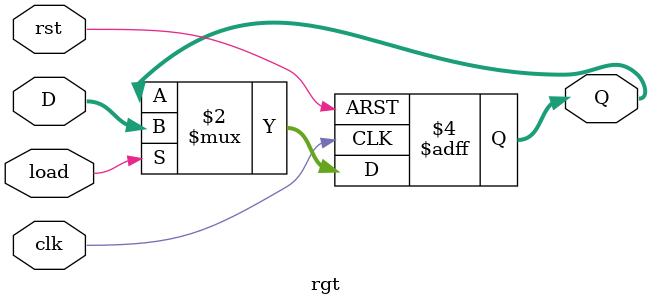
<source format=v>
module rgt (D, clk, Q, rst, load);
parameter n = 4;

input clk, rst, load;
input [n-1 : 0]D;
output reg[n-1 : 0]Q;

always @(posedge clk, posedge rst)
if (rst)
Q <= 0;

else if (load)
Q <= D;

endmodule


</source>
